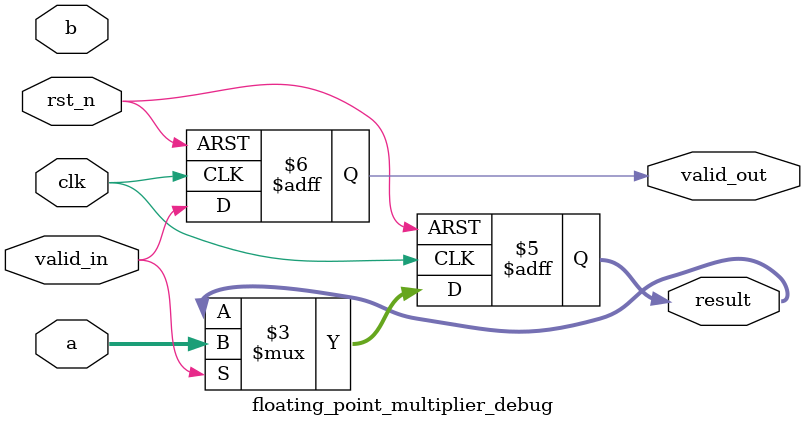
<source format=sv>

module floating_point_multiplier_debug (
    input  wire         clk,
    input  wire         rst_n,
    input  wire [11:0]  a,      
    input  wire [11:0]  b,      
    input  wire         valid_in,
    output reg  [11:0]  result,
    output reg          valid_out
);

    // Debug version - just check basic functionality first
    always @(posedge clk or negedge rst_n) begin
        if (!rst_n) begin
            result <= 12'b0;
            valid_out <= 1'b0;
        end else begin
            // Register the valid signal and data on the same cycle
            valid_out <= valid_in;
            if (valid_in) begin
                result <= a;  // Simple pass-through for debugging
            end
        end
    end

endmodule
</source>
